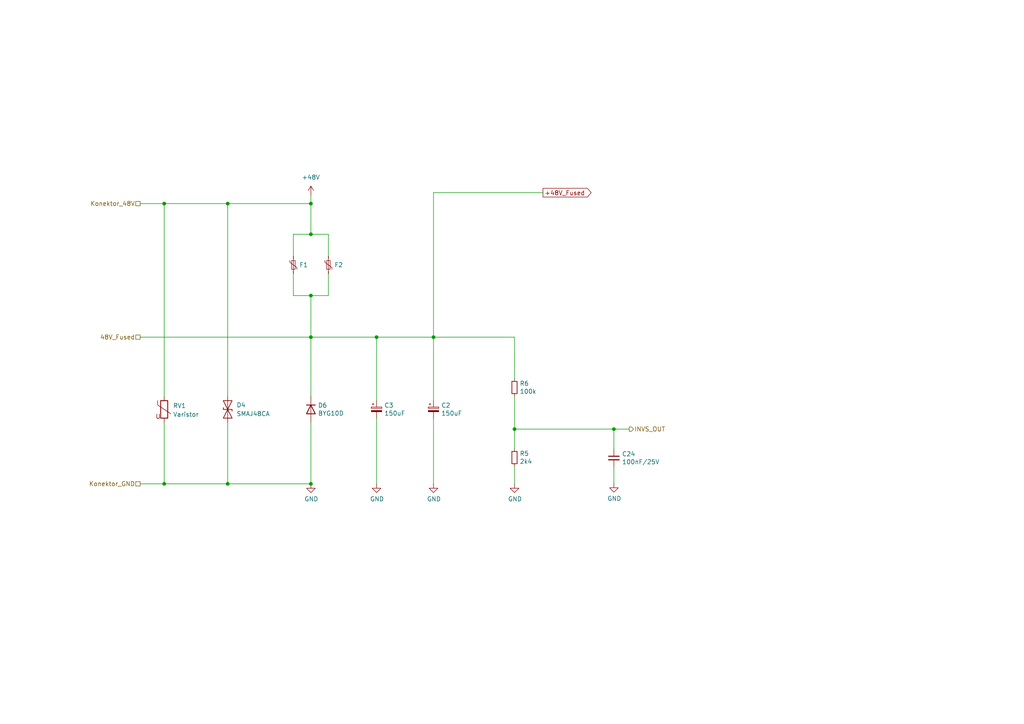
<source format=kicad_sch>
(kicad_sch (version 20230121) (generator eeschema)
  (paper "A4")
  (title_block (title "Input Filtration") (date "2024-02-20") (rev "V2") (comment 1 "Moc PTC, 1.5A při 48V je 72W | 24 V (36W) | 12V (18W))") (comment 2 " 2 x PTC = 140W přídržný výkon (72W/24V, 36V/12V))") (comment 3 "Dělič přepočítán na 1,65V při 48V (10k spodní)") (comment 4 "Má vůbec smysl nechat?"))
  (lib_symbols
    (symbol "Device:C_Small" (pin_numbers hide) (pin_names (offset 0.254) hide)
      (property "Reference" "C" (at 0.254 1.778 0))
      (property "Value" "C_Small" (at 0.254 -2.032 0))
      (symbol "C_Small_0_1"
        (polyline (pts (xy -1.524 -0.508) (xy 1.524 -0.508)) (stroke (width 0.3302)))
        (polyline (pts (xy -1.524 0.508) (xy 1.524 0.508)) (stroke (width 0.3048)))
      )
      (symbol "C_Small_1_1"
        (pin passive line (at 0 2.54 270) (length 2.032) (name "~") (number "1"))
        (pin passive line (at 0 -2.54 90) (length 2.032) (name "~") (number "2"))
      )
    )
    (symbol "Device:D" (pin_numbers hide) (pin_names (offset 1.016) hide)
      (property "Reference" "D" (at 0 2.54 0))
      (property "Value" "D" (at 0 -2.54 0))
      (symbol "D_0_1"
        (polyline (pts (xy -1.27 1.27) (xy -1.27 -1.27)) (stroke (width 0.254)))
        (polyline (pts (xy 1.27 0) (xy -1.27 0)))
        (polyline (pts (xy 1.27 1.27) (xy 1.27 -1.27) (xy -1.27 0) (xy 1.27 1.27)) (stroke (width 0.254)))
      )
      (symbol "D_1_1"
        (pin passive line (at -3.81 0 0) (length 2.54) (name "K") (number "1"))
        (pin passive line (at 3.81 0 180) (length 2.54) (name "A") (number "2"))
      )
    )
    (symbol "Device:Polyfuse_Small" (pin_numbers hide) (pin_names (offset 0))
      (property "Reference" "F" (at -1.905 0 90))
      (property "Value" "Polyfuse_Small" (at 1.905 0 90))
      (symbol "Polyfuse_Small_0_1"
        (rectangle (start -0.508 1.27) (end 0.508 -1.27))
        (polyline (pts (xy 0 2.54) (xy 0 -2.54)))
        (polyline (pts (xy -1.016 1.27) (xy -1.016 0.762) (xy 1.016 -0.762) (xy 1.016 -1.27)))
      )
      (symbol "Polyfuse_Small_1_1"
        (pin passive line (at 0 2.54 270) (length 0.635) (name "~") (number "1"))
        (pin passive line (at 0 -2.54 90) (length 0.635) (name "~") (number "2"))
      )
    )
    (symbol "Device:R_Small" (pin_numbers hide) (pin_names (offset 0.254) hide)
      (property "Reference" "R" (at 0.762 0.508 0))
      (property "Value" "R_Small" (at 0.762 -1.016 0))
      (symbol "R_Small_0_1"
        (rectangle (start -0.762 1.778) (end 0.762 -1.778) (stroke (width 0.2032)))
      )
      (symbol "R_Small_1_1"
        (pin passive line (at 0 2.54 270) (length 0.762) (name "~") (number "1"))
        (pin passive line (at 0 -2.54 90) (length 0.762) (name "~") (number "2"))
      )
    )
    (symbol "Device:Varistor" (pin_numbers hide) (pin_names (offset 0))
      (property "Reference" "RV" (at 3.175 0 90))
      (property "Value" "Varistor" (at -3.175 0 90))
      (symbol "Varistor_0_0"
        (text "U" (at -1.778 -2.032 0) (effects (font (size 1.27 1.27))))
      )
      (symbol "Varistor_0_1"
        (rectangle (start -1.016 -2.54) (end 1.016 2.54) (stroke (width 0.254)))
        (polyline (pts (xy -1.905 2.54) (xy -1.905 1.27) (xy 1.905 -1.27)))
      )
      (symbol "Varistor_1_1"
        (pin passive line (at 0 3.81 270) (length 1.27) (name "~") (number "1"))
        (pin passive line (at 0 -3.81 90) (length 1.27) (name "~") (number "2"))
      )
    )
    (symbol "Diode:SMAJ48CA" (pin_numbers hide) (pin_names (offset 1.016) hide)
      (property "Reference" "D" (at 0 2.54 0))
      (property "Value" "SMAJ48CA" (at 0 -2.54 0))
      (symbol "SMAJ48CA_0_1"
        (polyline (pts (xy 1.27 0) (xy -1.27 0)))
        (polyline (pts (xy -2.54 -1.27) (xy 0 0) (xy -2.54 1.27) (xy -2.54 -1.27)) (stroke (width 0.2032)))
        (polyline (pts (xy 0.508 1.27) (xy 0 1.27) (xy 0 -1.27) (xy -0.508 -1.27)) (stroke (width 0.2032)))
        (polyline (pts (xy 2.54 1.27) (xy 2.54 -1.27) (xy 0 0) (xy 2.54 1.27)) (stroke (width 0.2032)))
      )
      (symbol "SMAJ48CA_1_1"
        (pin passive line (at -3.81 0 0) (length 2.54) (name "A1") (number "1"))
        (pin passive line (at 3.81 0 180) (length 2.54) (name "A2") (number "2"))
      )
    )
    (symbol "MiSPiZ-rescue:CP_Small-Device" (pin_numbers hide) (pin_names (offset 0.254) hide)
      (property "Reference" "C" (at 0.254 1.778 0))
      (property "Value" "Device_CP_Small" (at 0.254 -2.032 0))
      (symbol "CP_Small-Device_0_1"
        (rectangle (start -1.524 -0.3048) (end 1.524 -0.6858) (fill (type outline)))
        (rectangle (start -1.524 0.6858) (end 1.524 0.3048))
        (polyline (pts (xy -1.27 1.524) (xy -0.762 1.524)))
        (polyline (pts (xy -1.016 1.27) (xy -1.016 1.778)))
      )
      (symbol "CP_Small-Device_1_1"
        (pin passive line (at 0 2.54 270) (length 1.8542) (name "~") (number "1"))
        (pin passive line (at 0 -2.54 90) (length 1.8542) (name "~") (number "2"))
      )
    )
    (symbol "power:+48V" (power) (pin_names (offset 0))
      (property "Value" "+48V" (at 0 3.556 0))
      (symbol "+48V_0_1"
        (polyline (pts (xy -0.762 1.27) (xy 0 2.54)))
        (polyline (pts (xy 0 0) (xy 0 2.54)))
        (polyline (pts (xy 0 2.54) (xy 0.762 1.27)))
      )
      (symbol "+48V_1_1"
        (pin power_in line (at 0 0 90) (length 0) hide (name "+48V") (number "1"))
      )
    )
    (symbol "power:GND" (power) (pin_names (offset 0))
      (property "Value" "GND" (at 0 -3.81 0))
      (symbol "GND_0_1"
        (polyline (pts (xy 0 0) (xy 0 -1.27) (xy 1.27 -1.27) (xy 0 -2.54) (xy -1.27 -1.27) (xy 0 -1.27)))
      )
      (symbol "GND_1_1"
        (pin power_in line (at 0 0 270) (length 0) hide (name "GND") (number "1"))
      )
    )
  )
  (junction (at 90.17 140.335))
  (junction (at 178.054 124.46))
  (junction (at 66.04 140.335))
  (junction (at 90.17 59.055))
  (junction (at 66.04 59.055))
  (junction (at 90.17 97.79))
  (junction (at 109.22 97.79))
  (junction (at 47.625 140.335))
  (junction (at 90.17 67.945))
  (junction (at 47.625 59.055))
  (junction (at 90.17 85.725))
  (junction (at 125.73 97.79))
  (junction (at 149.225 124.46))
  (wire (pts (xy 40.64 97.79) (xy 90.17 97.79)))
  (wire (pts (xy 109.22 121.285) (xy 109.22 140.335)))
  (wire (pts (xy 47.625 59.055) (xy 47.625 114.935)))
  (wire (pts (xy 178.054 124.46) (xy 182.499 124.46)))
  (wire (pts (xy 149.225 97.79) (xy 149.225 109.855)))
  (wire (pts (xy 125.73 55.88) (xy 125.73 97.79)))
  (wire (pts (xy 66.04 59.055) (xy 90.17 59.055)))
  (wire (pts (xy 85.09 79.375) (xy 85.09 85.725)))
  (wire (pts (xy 85.09 85.725) (xy 90.17 85.725)))
  (wire (pts (xy 90.17 56.515) (xy 90.17 59.055)))
  (wire (pts (xy 40.64 59.055) (xy 47.625 59.055)))
  (wire (pts (xy 66.04 140.335) (xy 90.17 140.335)))
  (wire (pts (xy 90.17 97.79) (xy 90.17 114.935)))
  (wire (pts (xy 95.25 85.725) (xy 90.17 85.725)))
  (wire (pts (xy 149.225 135.255) (xy 149.225 140.335)))
  (wire (pts (xy 47.625 122.555) (xy 47.625 140.335)))
  (wire (pts (xy 90.17 85.725) (xy 90.17 97.79)))
  (wire (pts (xy 149.225 114.935) (xy 149.225 124.46)))
  (wire (pts (xy 85.09 67.945) (xy 85.09 74.295)))
  (wire (pts (xy 66.04 59.055) (xy 66.04 114.935)))
  (wire (pts (xy 178.054 130.302) (xy 178.054 124.46)))
  (wire (pts (xy 149.225 124.46) (xy 149.225 130.175)))
  (wire (pts (xy 85.09 67.945) (xy 90.17 67.945)))
  (wire (pts (xy 125.73 97.79) (xy 149.225 97.79)))
  (wire (pts (xy 149.225 124.46) (xy 178.054 124.46)))
  (wire (pts (xy 95.25 67.945) (xy 90.17 67.945)))
  (wire (pts (xy 125.73 121.285) (xy 125.73 140.335)))
  (wire (pts (xy 90.17 122.555) (xy 90.17 140.335)))
  (wire (pts (xy 157.48 55.88) (xy 125.73 55.88)))
  (wire (pts (xy 90.17 59.055) (xy 90.17 67.945)))
  (wire (pts (xy 47.625 140.335) (xy 66.04 140.335)))
  (wire (pts (xy 178.054 135.382) (xy 178.054 140.208)))
  (wire (pts (xy 66.04 122.555) (xy 66.04 140.335)))
  (wire (pts (xy 90.17 97.79) (xy 109.22 97.79)))
  (wire (pts (xy 109.22 97.79) (xy 125.73 97.79)))
  (wire (pts (xy 109.22 97.79) (xy 109.22 116.205)))
  (wire (pts (xy 47.625 59.055) (xy 66.04 59.055)))
  (wire (pts (xy 95.25 79.375) (xy 95.25 85.725)))
  (wire (pts (xy 125.73 97.79) (xy 125.73 116.205)))
  (wire (pts (xy 40.64 140.335) (xy 47.625 140.335)))
  (wire (pts (xy 95.25 74.295) (xy 95.25 67.945)))
  (global_label "+48V_Fused" (shape output) (at 157.48 55.88 0) (property "Intersheetrefs" "${INTERSHEET_REFS}" (effects hide)))
  (hierarchical_label "Konektor_GND" (shape passive) (at 40.64 140.335 180))
  (hierarchical_label "INVS_OUT" (shape output) (at 182.499 124.46 0))
  (hierarchical_label "48V_Fused" (shape passive) (at 40.64 97.79 180))
  (hierarchical_label "Konektor_48V" (shape passive) (at 40.64 59.055 180))
  (symbol (lib_id "power:GND") (at 90.17 140.335 0) (unit 1)
    (property "Reference" "#PWR09" (effects hide))
    (property "Value" "GND" (at 90.297 144.7292 0))
  )
  (symbol (lib_id "Device:D") (at 90.17 118.745 270) (unit 1)
    (property "Reference" "D6" (at 92.202 117.5766 90) (effects (justify left)))
    (property "Value" "BYG10D " (at 92.202 119.888 90) (effects (justify left)))
    (property "Footprint" "Diode_SMD:D_SMA" (effects hide))
    (property "Datasheet" "https://diotec.com/request/datasheet/byg10d.pdf" (effects hide))
    (property "CENA" "3,58" (effects hide))
    (property "MNUMBER " "BYG10D" (effects hide))
    (property "OBJCISLO" "637-BYG10D " (effects hide))
    (property "Vendor" "https://cz.mouser.com/ProductDetail/Diotec-Semiconductor/BYG10D?qs=OlC7AqGiEDkrQ9cudWHEKw%3D%3D" (effects hide))
  )
  (symbol (lib_id "MiSPiZ-rescue:CP_Small-Device") (at 109.22 118.745 0) (unit 1)
    (property "Reference" "C3" (at 111.4552 117.5766 0) (effects (justify left)))
    (property "Value" "150uF" (at 111.4552 119.888 0) (effects (justify left)))
    (property "Footprint" "Capacitor_THT:CP_Radial_D10.0mm_P5.00mm" (effects hide))
    (property "Datasheet" "https://cz.mouser.com/datasheet/2/315/Panasonic_08082018_Capacitor_Radial_Leaded_Lytic_(-1387098.pdf" (effects hide))
    (property "Vendor" "https://cz.mouser.com/ProductDetail/Panasonic/EEU-FS1K151B?qs=sGAEpiMZZMvwFf0viD3Y3fHxNcSaiftwWITC%252BoW8n6003g%2FdQlfuGQ%3D%3D" (effects hide))
    (property "CENA" "18.31" (effects hide))
    (property "MNUMBER " "EEU-FS1K151B" (effects hide))
    (property "OBJCISLO" "667-EEU-FS1K151B" (effects hide))
  )
  (symbol (lib_id "Device:Polyfuse_Small") (at 85.09 76.835 0) (unit 1)
    (property "Reference" "F1" (at 86.8172 76.835 0) (effects (justify left)))
    (property "Value" "2920L150/60MR" (effects hide))
    (property "Footprint" "Fuse:Fuse_2920_7451Metric" (effects hide))
    (property "Datasheet" "https://cz.mouser.com/datasheet/2/240/Littelfuse_10_27_2023_2920L_Series_Datasheet-3359581.pdf" (effects hide))
    (property "Vendor" "https://cz.mouser.com/ProductDetail/Littelfuse/2920L150-60MR?qs=ST9lo4GX8V38m%2FHq5uhZ8w%3D%3D" (effects hide))
    (property "CENA" "19.2" (effects hide))
    (property "MNUMBER " "2920L150/60MR" (effects hide))
    (property "OBJCISLO" "576-2920L150/60MR" (effects hide))
  )
  (symbol (lib_id "power:GND") (at 109.22 140.335 0) (unit 1)
    (property "Reference" "#PWR010" (effects hide))
    (property "Value" "GND" (at 109.347 144.7292 0))
  )
  (symbol (lib_id "Device:C_Small") (at 178.054 132.842 0) (unit 1)
    (property "Reference" "C24" (at 180.3908 131.6736 0) (effects (justify left)))
    (property "Value" "100nF/25V" (at 180.3908 133.985 0) (effects (justify left)))
    (property "Footprint" "Capacitor_SMD:C_0603_1608Metric" (effects hide))
    (property "Datasheet" "https://cz.mouser.com/datasheet/2/585/MLCC_Automotive-1837966.pdf" (effects hide))
    (property "Vendor" "https://cz.mouser.com/ProductDetail/KEMET/C0603C104M3RACTU?qs=7q2aiX3Gdlh4qBRaMcnohQ%3D%3D" (effects hide))
    (property "CENA" "2,23" (effects hide))
    (property "MNUMBER " "CL10B104KA8WPNC " (effects hide))
    (property "OBJCISLO" "187-CL10B104KA8WPNC" (effects hide))
    (property "POZN" "v cimře" (effects hide))
  )
  (symbol (lib_id "power:GND") (at 149.225 140.335 0) (unit 1)
    (property "Reference" "#PWR012" (effects hide))
    (property "Value" "GND" (at 149.352 144.7292 0))
  )
  (symbol (lib_id "power:GND") (at 178.054 140.208 0) (unit 1)
    (property "Reference" "#PWR0114" (effects hide))
    (property "Value" "GND" (at 178.181 144.6022 0))
  )
  (symbol (lib_id "MiSPiZ-rescue:CP_Small-Device") (at 125.73 118.745 0) (unit 1)
    (property "Reference" "C2" (at 127.9652 117.5766 0) (effects (justify left)))
    (property "Value" "150uF" (at 127.9652 119.888 0) (effects (justify left)))
    (property "Footprint" "Capacitor_THT:CP_Radial_D10.0mm_P5.00mm" (effects hide))
    (property "Datasheet" "https://cz.mouser.com/datasheet/2/315/Panasonic_08082018_Capacitor_Radial_Leaded_Lytic_(-1387098.pdf" (effects hide))
    (property "Vendor" "https://cz.mouser.com/ProductDetail/Panasonic/EEU-FS1K151B?qs=sGAEpiMZZMvwFf0viD3Y3fHxNcSaiftwWITC%252BoW8n6003g%2FdQlfuGQ%3D%3D" (effects hide))
    (property "CENA" "18.31" (effects hide))
    (property "MNUMBER " "EEU-FS1K151B" (effects hide))
    (property "OBJCISLO" "667-EEU-FS1K151B" (effects hide))
  )
  (symbol (lib_id "Device:Varistor") (at 47.625 118.745 0) (unit 1)
    (property "Reference" "RV1" (at 50.165 117.6683 0) (effects (justify left)))
    (property "Value" "Varistor" (at 50.165 120.2083 0) (effects (justify left)))
    (property "Footprint" "Resistor_SMD:R_0805_2012Metric" (effects hide))
    (property "Datasheet" "https://cz.mouser.com/datasheet/2/87/eaton_mlvc_general_type_multilayer_varistor_esd_su-1994298.pdf" (effects hide))
    (property "Sim.Name" "kicad_builtin_varistor" (effects hide))
    (property "Sim.Device" "SUBCKT" (effects hide))
    (property "Sim.Pins" "1=A 2=B" (effects hide))
    (property "Sim.Params" "threshold=1k" (effects hide))
    (property "Sim.Library" "${KICAD7_SYMBOL_DIR}/Simulation_SPICE.sp" (effects hide))
    (property "CENA" "10.94" (effects hide))
    (property "MNUMBER " "MLVC08V048C080" (effects hide))
    (property "OBJCISLO" "504-MLVC08V048C080" (effects hide))
    (property "Vendor" "https://cz.mouser.com/ProductDetail/Bussmann-Eaton/MLVC08V048C080?qs=pUKx8fyJudBexU4jlp%252BVjg%3D%3D" (effects hide))
  )
  (symbol (lib_id "Diode:SMAJ48CA") (at 66.04 118.745 90) (unit 1)
    (property "Reference" "D4" (at 68.58 117.475 90) (effects (justify right)))
    (property "Value" "SMAJ48CA" (at 68.58 120.015 90) (effects (justify right)))
    (property "Footprint" "Diode_SMD:D_SMA" (effects hide))
    (property "Datasheet" "https://cz.mouser.com/datasheet/2/447/SMAJ_1-1954892.pdf" (effects hide))
    (property "CENA" "6.7" (effects hide))
    (property "MNUMBER " "SMAJ48CA/TR13" (effects hide))
    (property "OBJCISLO" "603-SMAJ48CA/TR13" (effects hide))
    (property "Vendor" "https://cz.mouser.com/ProductDetail/YAGEO/SMAJ48CA-TR13?qs=PzGy0jfpSMtwTD%2FntLzwHQ%3D%3D" (effects hide))
  )
  (symbol (lib_id "Device:Polyfuse_Small") (at 95.25 76.835 0) (unit 1)
    (property "Reference" "F2" (at 96.9772 76.835 0) (effects (justify left)))
    (property "Value" "2920L150/60MR" (effects hide))
    (property "Footprint" "Fuse:Fuse_2920_7451Metric" (effects hide))
    (property "Datasheet" "https://cz.mouser.com/datasheet/2/240/Littelfuse_10_27_2023_2920L_Series_Datasheet-3359581.pdf" (effects hide))
    (property "Vendor" "https://cz.mouser.com/ProductDetail/Littelfuse/2920L150-60MR?qs=ST9lo4GX8V38m%2FHq5uhZ8w%3D%3D" (effects hide))
    (property "CENA" "19.2" (effects hide))
    (property "MNUMBER " "2920L150/60MR" (effects hide))
    (property "OBJCISLO" "576-2920L150/60MR" (effects hide))
  )
  (symbol (lib_id "Device:R_Small") (at 149.225 132.715 0) (unit 1)
    (property "Reference" "R5" (at 150.7236 131.5466 0) (effects (justify left)))
    (property "Value" "2k4" (at 150.7236 133.858 0) (effects (justify left)))
    (property "Footprint" "Resistor_SMD:R_0603_1608Metric" (effects hide))
    (property "Datasheet" "https://www.tme.eu/Document/c283990e907c122bb808207d1578ac7f/POWER_RATING-DTE.pdf" (effects hide))
    (property "Vendor" "https://www.tme.eu/cz/en/details/smd0603-2.4k/smd-resistors/royal-ohm/0603saj0242t5e/" (effects hide))
    (property "CENA" "0.303 (100+)" (effects hide))
    (property "MNUMBER " "0603SAJ0242T5E" (effects hide))
    (property "OBJCISLO" "SMD0603-2.4K" (effects hide))
    (property "POZN" "v cimře" (effects hide))
  )
  (symbol (lib_id "power:+48V") (at 90.17 56.515 0) (unit 1)
    (property "Reference" "#PWR08" (effects hide))
    (property "Value" "+48V" (at 90.17 51.435 0))
  )
  (symbol (lib_id "Device:R_Small") (at 149.225 112.395 0) (unit 1)
    (property "Reference" "R6" (at 150.7236 111.2266 0) (effects (justify left)))
    (property "Value" "100k" (at 150.7236 113.538 0) (effects (justify left)))
    (property "Footprint" "Resistor_SMD:R_0603_1608Metric" (effects hide))
    (property "Datasheet" "https://www.tme.eu/Document/326d66a3afe39e93e71f6e8db4b86cca/ASC_WF08P-06P_V05.pdf" (effects hide))
    (property "Vendor" "https://www.tme.eu/cz/details/wf06p-100k-5%25/rezistory-smd/walsin/wf06p104jtl/" (effects hide))
    (property "CENA" "2,45" (effects hide))
    (property "MNUMBER " "WF06P104JTL" (effects hide))
    (property "OBJCISLO" "WF06P-100K-5" (effects hide))
    (property "POZN" "v cimře" (effects hide))
  )
  (symbol (lib_id "power:GND") (at 125.73 140.335 0) (unit 1)
    (property "Reference" "#PWR011" (effects hide))
    (property "Value" "GND" (at 125.857 144.7292 0))
  )
)
</source>
